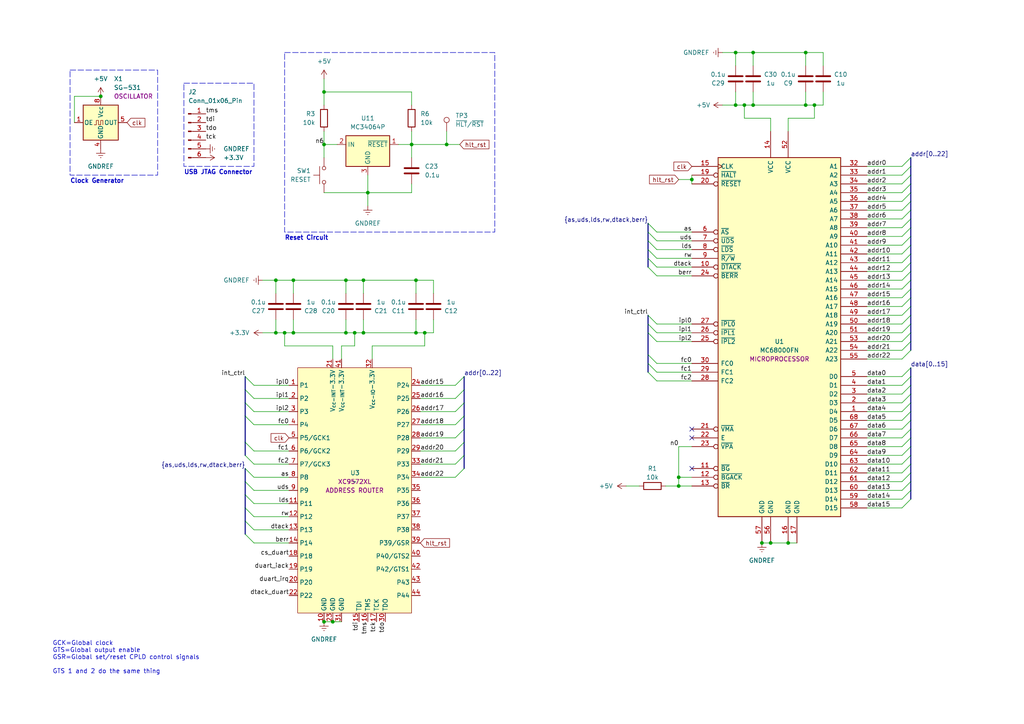
<source format=kicad_sch>
(kicad_sch (version 20230121) (generator eeschema)
  (paper "A4")
  (title_block (title "MICROPROCESSOR & ADDRESS ROUTER") (date "2024-01-14") (rev "0.2") (company "LeTourneau University") (comment 1 "Capacitors in pF"))
  (lib_symbols
    (symbol "CPLD_Xilinx:XC9572XL-PC44"
      (property "Reference" "U" (at 0 0 0))
      (symbol "XC9572XL-PC44_1_1"
        (rectangle (start -16.51 33.02) (end 16.51 -38.1) (fill (type background)))
        (pin bidirectional line (at -19.05 27.94 0) (length 2.54) (name "P1") (number "1"))
        (pin input line (at -8.89 -40.64 90) (length 2.54) (name "GND") (number "10"))
        (pin bidirectional line (at -19.05 -6.35 0) (length 2.54) (name "P11") (number "11"))
        (pin bidirectional line (at -19.05 -10.16 0) (length 2.54) (name "P12") (number "12"))
        (pin bidirectional line (at -19.05 -13.97 0) (length 2.54) (name "P13") (number "13"))
        (pin bidirectional line (at -19.05 -17.78 0) (length 2.54) (name "P14") (number "14"))
        (pin bidirectional line (at 1.27 -40.64 90) (length 2.54) (name "TDI") (number "15"))
        (pin bidirectional line (at 3.81 -40.64 90) (length 2.54) (name "TMS") (number "16"))
        (pin bidirectional line (at 6.35 -40.64 90) (length 2.54) (name "TCK") (number "17"))
        (pin bidirectional line (at -19.05 -21.59 0) (length 2.54) (name "P18") (number "18"))
        (pin bidirectional line (at -19.05 -25.4 0) (length 2.54) (name "P19") (number "19"))
        (pin bidirectional line (at -19.05 24.13 0) (length 2.54) (name "P2") (number "2"))
        (pin bidirectional line (at -19.05 -29.21 0) (length 2.54) (name "P20") (number "20"))
        (pin power_in line (at -6.35 35.56 270) (length 2.54) (name "V_{cc-INT}-3.3V") (number "21"))
        (pin bidirectional line (at -19.05 -33.02 0) (length 2.54) (name "P22") (number "22"))
        (pin input line (at -6.35 -40.64 90) (length 2.54) (name "GND") (number "23"))
        (pin bidirectional line (at 19.05 27.94 180) (length 2.54) (name "P24") (number "24"))
        (pin bidirectional line (at 19.05 24.13 180) (length 2.54) (name "P25") (number "25"))
        (pin bidirectional line (at 19.05 20.32 180) (length 2.54) (name "P26") (number "26"))
        (pin bidirectional line (at 19.05 16.51 180) (length 2.54) (name "P27") (number "27"))
        (pin bidirectional line (at 19.05 12.7 180) (length 2.54) (name "P28") (number "28"))
        (pin bidirectional line (at 19.05 8.89 180) (length 2.54) (name "P29") (number "29"))
        (pin bidirectional line (at -19.05 20.32 0) (length 2.54) (name "P3") (number "3"))
        (pin bidirectional line (at 8.89 -40.64 90) (length 2.54) (name "TDO") (number "30"))
        (pin input line (at -3.81 -40.64 90) (length 2.54) (name "GND") (number "31"))
        (pin power_in line (at 5.08 35.56 270) (length 2.54) (name "V_{cc-IO}-3.3V") (number "32"))
        (pin bidirectional line (at 19.05 5.08 180) (length 2.54) (name "P33") (number "33"))
        (pin bidirectional line (at 19.05 1.27 180) (length 2.54) (name "P34") (number "34"))
        (pin bidirectional line (at 19.05 -2.54 180) (length 2.54) (name "P35") (number "35"))
        (pin bidirectional line (at 19.05 -6.35 180) (length 2.54) (name "P36") (number "36"))
        (pin bidirectional line (at 19.05 -10.16 180) (length 2.54) (name "P37") (number "37"))
        (pin bidirectional line (at 19.05 -13.97 180) (length 2.54) (name "P38") (number "38"))
        (pin bidirectional line (at 19.05 -17.78 180) (length 2.54) (name "P39/GSR") (number "39"))
        (pin bidirectional line (at -19.05 16.51 0) (length 2.54) (name "P4") (number "4"))
        (pin bidirectional line (at 19.05 -21.59 180) (length 2.54) (name "P40/GTS2") (number "40"))
        (pin power_in line (at -3.81 35.56 270) (length 2.54) (name "V_{cc-INT}-3.3V") (number "41"))
        (pin bidirectional line (at 19.05 -25.4 180) (length 2.54) (name "P42/GTS1") (number "42"))
        (pin bidirectional line (at 19.05 -29.21 180) (length 2.54) (name "P43") (number "43"))
        (pin bidirectional line (at 19.05 -33.02 180) (length 2.54) (name "P44") (number "44"))
        (pin bidirectional line (at -19.05 12.7 0) (length 2.54) (name "P5/GCK1") (number "5"))
        (pin bidirectional line (at -19.05 8.89 0) (length 2.54) (name "P6/GCK2") (number "6"))
        (pin bidirectional line (at -19.05 5.08 0) (length 2.54) (name "P7/GCK3") (number "7"))
        (pin bidirectional line (at -19.05 1.27 0) (length 2.54) (name "P8") (number "8"))
        (pin bidirectional line (at -19.05 -2.54 0) (length 2.54) (name "P9") (number "9"))
      )
    )
    (symbol "CPU_NXP_68000:MC68000FN" (pin_names (offset 0.762))
      (property "Reference" "U" (at -16.51 59.69 0))
      (property "Value" "MC68000FN" (at 12.7 -46.99 0))
      (symbol "MC68000FN_0_1"
        (rectangle (start -17.78 58.42) (end 17.78 -45.72) (stroke (width 0.254)) (fill (type background)))
      )
      (symbol "MC68000FN_1_1"
        (pin bidirectional line (at 25.4 -15.24 180) (length 7.62) (name "D4") (number "1"))
        (pin input inverted (at -25.4 26.67 0) (length 7.62) (name "~{DTACK}") (number "10"))
        (pin output inverted (at -25.4 -31.75 0) (length 7.62) (name "~{BG}") (number "11"))
        (pin input inverted (at -25.4 -34.29 0) (length 7.62) (name "~{BGACK}") (number "12"))
        (pin input inverted (at -25.4 -36.83 0) (length 7.62) (name "~{BR}") (number "13"))
        (pin power_in line (at -2.54 66.04 270) (length 7.62) (name "VCC") (number "14"))
        (pin input clock (at -25.4 55.88 0) (length 7.62) (name "CLK") (number "15"))
        (pin power_in line (at 2.54 -53.34 90) (length 7.62) (name "GND") (number "16"))
        (pin power_in line (at 5.08 -53.34 90) (length 7.62) (name "GND") (number "17"))
        (pin no_connect line (at -17.78 -40.64 0) (length 0) hide (name "NC") (number "18"))
        (pin bidirectional inverted (at -25.4 53.34 0) (length 7.62) (name "~{HALT}") (number "19"))
        (pin bidirectional line (at 25.4 -12.7 180) (length 7.62) (name "D3") (number "2"))
        (pin bidirectional inverted (at -25.4 50.8 0) (length 7.62) (name "~{RESET}") (number "20"))
        (pin output inverted (at -25.4 -20.32 0) (length 7.62) (name "~{VMA}") (number "21"))
        (pin output line (at -25.4 -22.86 0) (length 7.62) (name "E") (number "22"))
        (pin input inverted (at -25.4 -25.4 0) (length 7.62) (name "~{VPA}") (number "23"))
        (pin input inverted (at -25.4 24.13 0) (length 7.62) (name "~{BERR}") (number "24"))
        (pin input inverted (at -25.4 5.08 0) (length 7.62) (name "~{IPL2}") (number "25"))
        (pin input inverted (at -25.4 7.62 0) (length 7.62) (name "~{IPL1}") (number "26"))
        (pin input inverted (at -25.4 10.16 0) (length 7.62) (name "~{IPL0}") (number "27"))
        (pin output line (at -25.4 -6.35 0) (length 7.62) (name "FC2") (number "28"))
        (pin output line (at -25.4 -3.81 0) (length 7.62) (name "FC1") (number "29"))
        (pin bidirectional line (at 25.4 -10.16 180) (length 7.62) (name "D2") (number "3"))
        (pin output line (at -25.4 -1.27 0) (length 7.62) (name "FC0") (number "30"))
        (pin no_connect line (at -17.78 -43.18 0) (length 0) hide (name "NC") (number "31"))
        (pin output line (at 25.4 55.88 180) (length 7.62) (name "A1") (number "32"))
        (pin output line (at 25.4 53.34 180) (length 7.62) (name "A2") (number "33"))
        (pin output line (at 25.4 50.8 180) (length 7.62) (name "A3") (number "34"))
        (pin output line (at 25.4 48.26 180) (length 7.62) (name "A4") (number "35"))
        (pin output line (at 25.4 45.72 180) (length 7.62) (name "A5") (number "36"))
        (pin output line (at 25.4 43.18 180) (length 7.62) (name "A6") (number "37"))
        (pin output line (at 25.4 40.64 180) (length 7.62) (name "A7") (number "38"))
        (pin output line (at 25.4 38.1 180) (length 7.62) (name "A8") (number "39"))
        (pin bidirectional line (at 25.4 -7.62 180) (length 7.62) (name "D1") (number "4"))
        (pin output line (at 25.4 35.56 180) (length 7.62) (name "A9") (number "40"))
        (pin output line (at 25.4 33.02 180) (length 7.62) (name "A10") (number "41"))
        (pin output line (at 25.4 30.48 180) (length 7.62) (name "A11") (number "42"))
        (pin output line (at 25.4 27.94 180) (length 7.62) (name "A12") (number "43"))
        (pin output line (at 25.4 25.4 180) (length 7.62) (name "A13") (number "44"))
        (pin output line (at 25.4 22.86 180) (length 7.62) (name "A14") (number "45"))
        (pin output line (at 25.4 20.32 180) (length 7.62) (name "A15") (number "46"))
        (pin output line (at 25.4 17.78 180) (length 7.62) (name "A16") (number "47"))
        (pin output line (at 25.4 15.24 180) (length 7.62) (name "A17") (number "48"))
        (pin output line (at 25.4 12.7 180) (length 7.62) (name "A18") (number "49"))
        (pin bidirectional line (at 25.4 -5.08 180) (length 7.62) (name "D0") (number "5"))
        (pin output line (at 25.4 10.16 180) (length 7.62) (name "A19") (number "50"))
        (pin output line (at 25.4 7.62 180) (length 7.62) (name "A20") (number "51"))
        (pin power_in line (at 2.54 66.04 270) (length 7.62) (name "VCC") (number "52"))
        (pin output line (at 25.4 5.08 180) (length 7.62) (name "A21") (number "53"))
        (pin output line (at 25.4 2.54 180) (length 7.62) (name "A22") (number "54"))
        (pin output line (at 25.4 0 180) (length 7.62) (name "A23") (number "55"))
        (pin power_in line (at -2.54 -53.34 90) (length 7.62) (name "GND") (number "56"))
        (pin power_in line (at -5.08 -53.34 90) (length 7.62) (name "GND") (number "57"))
        (pin bidirectional line (at 25.4 -43.18 180) (length 7.62) (name "D15") (number "58"))
        (pin bidirectional line (at 25.4 -40.64 180) (length 7.62) (name "D14") (number "59"))
        (pin output inverted (at -25.4 36.83 0) (length 7.62) (name "~{AS}") (number "6"))
        (pin bidirectional line (at 25.4 -38.1 180) (length 7.62) (name "D13") (number "60"))
        (pin bidirectional line (at 25.4 -35.56 180) (length 7.62) (name "D12") (number "61"))
        (pin bidirectional line (at 25.4 -33.02 180) (length 7.62) (name "D11") (number "62"))
        (pin bidirectional line (at 25.4 -30.48 180) (length 7.62) (name "D10") (number "63"))
        (pin bidirectional line (at 25.4 -27.94 180) (length 7.62) (name "D9") (number "64"))
        (pin bidirectional line (at 25.4 -25.4 180) (length 7.62) (name "D8") (number "65"))
        (pin bidirectional line (at 25.4 -22.86 180) (length 7.62) (name "D7") (number "66"))
        (pin bidirectional line (at 25.4 -20.32 180) (length 7.62) (name "D6") (number "67"))
        (pin bidirectional line (at 25.4 -17.78 180) (length 7.62) (name "D5") (number "68"))
        (pin output inverted (at -25.4 34.29 0) (length 7.62) (name "~{UDS}") (number "7"))
        (pin output inverted (at -25.4 31.75 0) (length 7.62) (name "~{LDS}") (number "8"))
        (pin output line (at -25.4 29.21 0) (length 7.62) (name "~{R/W}") (number "9"))
      )
    )
    (symbol "Connector:Conn_01x06_Pin" (pin_names (offset 1.016) hide)
      (property "Reference" "J" (at 0 7.62 0))
      (property "Value" "Conn_01x06_Pin" (at 0 -10.16 0))
      (symbol "Conn_01x06_Pin_1_1"
        (polyline (pts (xy 1.27 -7.62) (xy 0.8636 -7.62)) (stroke (width 0.1524)))
        (polyline (pts (xy 1.27 -5.08) (xy 0.8636 -5.08)) (stroke (width 0.1524)))
        (polyline (pts (xy 1.27 -2.54) (xy 0.8636 -2.54)) (stroke (width 0.1524)))
        (polyline (pts (xy 1.27 0) (xy 0.8636 0)) (stroke (width 0.1524)))
        (polyline (pts (xy 1.27 2.54) (xy 0.8636 2.54)) (stroke (width 0.1524)))
        (polyline (pts (xy 1.27 5.08) (xy 0.8636 5.08)) (stroke (width 0.1524)))
        (rectangle (start 0.8636 -7.493) (end 0 -7.747) (stroke (width 0.1524)) (fill (type outline)))
        (rectangle (start 0.8636 -4.953) (end 0 -5.207) (stroke (width 0.1524)) (fill (type outline)))
        (rectangle (start 0.8636 -2.413) (end 0 -2.667) (stroke (width 0.1524)) (fill (type outline)))
        (rectangle (start 0.8636 0.127) (end 0 -0.127) (stroke (width 0.1524)) (fill (type outline)))
        (rectangle (start 0.8636 2.667) (end 0 2.413) (stroke (width 0.1524)) (fill (type outline)))
        (rectangle (start 0.8636 5.207) (end 0 4.953) (stroke (width 0.1524)) (fill (type outline)))
        (pin passive line (at 5.08 5.08 180) (length 3.81) (name "Pin_1") (number "1"))
        (pin passive line (at 5.08 2.54 180) (length 3.81) (name "Pin_2") (number "2"))
        (pin passive line (at 5.08 0 180) (length 3.81) (name "Pin_3") (number "3"))
        (pin passive line (at 5.08 -2.54 180) (length 3.81) (name "Pin_4") (number "4"))
        (pin passive line (at 5.08 -5.08 180) (length 3.81) (name "Pin_5") (number "5"))
        (pin passive line (at 5.08 -7.62 180) (length 3.81) (name "Pin_6") (number "6"))
      )
    )
    (symbol "Connector:TestPoint" (pin_numbers hide) (pin_names (offset 0.762) hide)
      (property "Reference" "TP" (at 0 6.858 0))
      (property "Value" "TestPoint" (at 0 5.08 0))
      (symbol "TestPoint_0_1"
        (circle (center 0 3.302) (radius 0.762))
      )
      (symbol "TestPoint_1_1"
        (pin passive line (at 0 0 90) (length 2.54) (name "1") (number "1"))
      )
    )
    (symbol "Device:C" (pin_numbers hide) (pin_names (offset 0.254))
      (property "Reference" "C" (at 0.635 2.54 0))
      (property "Value" "C" (at 0.635 -2.54 0))
      (symbol "C_0_1"
        (polyline (pts (xy -2.032 -0.762) (xy 2.032 -0.762)) (stroke (width 0.508)))
        (polyline (pts (xy -2.032 0.762) (xy 2.032 0.762)) (stroke (width 0.508)))
      )
      (symbol "C_1_1"
        (pin passive line (at 0 3.81 270) (length 2.794) (name "~") (number "1"))
        (pin passive line (at 0 -3.81 90) (length 2.794) (name "~") (number "2"))
      )
    )
    (symbol "Device:R" (pin_numbers hide) (pin_names (offset 0))
      (property "Reference" "R" (at 2.032 0 90))
      (property "Value" "R" (at 0 0 90))
      (symbol "R_0_1"
        (rectangle (start -1.016 -2.54) (end 1.016 2.54) (stroke (width 0.254)))
      )
      (symbol "R_1_1"
        (pin passive line (at 0 3.81 270) (length 1.27) (name "~") (number "1"))
        (pin passive line (at 0 -3.81 90) (length 1.27) (name "~") (number "2"))
      )
    )
    (symbol "Oscillator:SG-531" (pin_names (offset 0.254))
      (property "Reference" "X" (at -5.08 6.35 0))
      (property "Value" "SG-531" (at 1.27 -6.35 0))
      (symbol "SG-531_0_1"
        (rectangle (start -5.08 5.08) (end 5.08 -5.08) (stroke (width 0.254)) (fill (type background)))
        (polyline (pts (xy -1.905 -0.635) (xy -1.27 -0.635) (xy -1.27 0.635) (xy -0.635 0.635) (xy -0.635 -0.635) (xy 0 -0.635) (xy 0 0.635) (xy 0.635 0.635) (xy 0.635 -0.635)))
      )
      (symbol "SG-531_1_1"
        (pin input line (at -7.62 0 0) (length 2.54) (name "OE") (number "1"))
        (pin power_in line (at 0 -7.62 90) (length 2.54) (name "GND") (number "4"))
        (pin output line (at 7.62 0 180) (length 2.54) (name "OUT") (number "5"))
        (pin power_in line (at 0 7.62 270) (length 2.54) (name "Vcc") (number "8"))
      )
    )
    (symbol "Power_Supervisor:MC34064P"
      (property "Reference" "U" (at -5.08 5.08 0))
      (property "Value" "MC34064P" (at 5.08 5.08 0))
      (symbol "MC34064P_0_1"
        (rectangle (start -6.35 -5.08) (end 6.35 3.81) (stroke (width 0.254)) (fill (type background)))
      )
      (symbol "MC34064P_1_1"
        (pin open_collector line (at 8.89 1.27 180) (length 2.54) (name "~{RESET}") (number "1"))
        (pin input line (at -8.89 1.27 0) (length 2.54) (name "IN") (number "2"))
        (pin input line (at 0 -7.62 90) (length 2.54) (name "GND") (number "3"))
      )
    )
    (symbol "Switch:SW_Push" (pin_numbers hide) (pin_names (offset 1.016) hide)
      (property "Reference" "SW" (at 1.27 2.54 0))
      (property "Value" "SW_Push" (at 0 -1.524 0))
      (symbol "SW_Push_0_1"
        (circle (center -2.032 0) (radius 0.508))
        (polyline (pts (xy 0 1.27) (xy 0 3.048)))
        (polyline (pts (xy 2.54 1.27) (xy -2.54 1.27)))
        (circle (center 2.032 0) (radius 0.508))
        (pin passive line (at -5.08 0 0) (length 2.54) (name "1") (number "1"))
        (pin passive line (at 5.08 0 180) (length 2.54) (name "2") (number "2"))
      )
    )
    (symbol "power:+3.3V" (power) (pin_names (offset 0))
      (property "Value" "+3.3V" (at 0 3.556 0))
      (symbol "+3.3V_0_1"
        (polyline (pts (xy -0.762 1.27) (xy 0 2.54)))
        (polyline (pts (xy 0 0) (xy 0 2.54)))
        (polyline (pts (xy 0 2.54) (xy 0.762 1.27)))
      )
      (symbol "+3.3V_1_1"
        (pin power_in line (at 0 0 90) (length 0) hide (name "+3.3V") (number "1"))
      )
    )
    (symbol "power:+5V" (power) (pin_names (offset 0))
      (property "Value" "+5V" (at 0 3.556 0))
      (symbol "+5V_0_1"
        (polyline (pts (xy -0.762 1.27) (xy 0 2.54)))
        (polyline (pts (xy 0 0) (xy 0 2.54)))
        (polyline (pts (xy 0 2.54) (xy 0.762 1.27)))
      )
      (symbol "+5V_1_1"
        (pin power_in line (at 0 0 90) (length 0) hide (name "+5V") (number "1"))
      )
    )
    (symbol "power:GNDREF" (power) (pin_names (offset 0))
      (property "Value" "GNDREF" (at 0 -3.81 0))
      (symbol "GNDREF_0_1"
        (polyline (pts (xy -0.635 -1.905) (xy 0.635 -1.905)))
        (polyline (pts (xy -0.127 -2.54) (xy 0.127 -2.54)))
        (polyline (pts (xy 0 -1.27) (xy 0 0)))
        (polyline (pts (xy 1.27 -1.27) (xy -1.27 -1.27)))
      )
      (symbol "GNDREF_1_1"
        (pin power_in line (at 0 0 270) (length 0) hide (name "GNDREF") (number "1"))
      )
    )
  )
  (junction (at 119.38 41.91))
  (junction (at 120.65 81.28))
  (junction (at 213.36 15.24))
  (junction (at 85.09 81.28))
  (junction (at 120.65 96.52))
  (junction (at 85.09 96.52))
  (junction (at 93.98 41.91))
  (junction (at 80.01 96.52))
  (junction (at 233.68 15.24))
  (junction (at 93.98 180.34))
  (junction (at 105.41 96.52))
  (junction (at 102.87 96.52))
  (junction (at 105.41 81.28))
  (junction (at 213.36 30.48))
  (junction (at 218.44 30.48))
  (junction (at 220.98 157.48))
  (junction (at 93.98 26.67))
  (junction (at 218.44 15.24))
  (junction (at 100.33 81.28))
  (junction (at 196.85 138.43))
  (junction (at 106.68 55.88))
  (junction (at 223.52 157.48))
  (junction (at 233.68 30.48))
  (junction (at 123.19 96.52))
  (junction (at 236.22 30.48))
  (junction (at 82.55 96.52))
  (junction (at 200.66 52.07))
  (junction (at 196.85 140.97))
  (junction (at 100.33 96.52))
  (junction (at 215.9 30.48))
  (junction (at 80.01 81.28))
  (junction (at 96.52 180.34))
  (junction (at 129.54 41.91))
  (junction (at 29.21 27.94))
  (junction (at 228.6 157.48))
  (no_connect (at 200.66 127))
  (no_connect (at 200.66 124.46))
  (no_connect (at 200.66 135.89))
  (bus_entry (at 264.16 55.88) (size -2.54 2.54))
  (bus_entry (at 187.96 93.98) (size 2.54 2.54))
  (bus_entry (at 134.62 135.89) (size -2.54 2.54))
  (bus_entry (at 264.16 101.6) (size -2.54 2.54))
  (bus_entry (at 264.16 129.54) (size -2.54 2.54))
  (bus_entry (at 264.16 127) (size -2.54 2.54))
  (bus_entry (at 71.12 116.84) (size 2.54 2.54))
  (bus_entry (at 264.16 132.08) (size -2.54 2.54))
  (bus_entry (at 134.62 113.03) (size -2.54 2.54))
  (bus_entry (at 264.16 60.96) (size -2.54 2.54))
  (bus_entry (at 187.96 64.77) (size 2.54 2.54))
  (bus_entry (at 264.16 142.24) (size -2.54 2.54))
  (bus_entry (at 71.12 113.03) (size 2.54 2.54))
  (bus_entry (at 264.16 73.66) (size -2.54 2.54))
  (bus_entry (at 264.16 121.92) (size -2.54 2.54))
  (bus_entry (at 264.16 139.7) (size -2.54 2.54))
  (bus_entry (at 264.16 86.36) (size -2.54 2.54))
  (bus_entry (at 264.16 50.8) (size -2.54 2.54))
  (bus_entry (at 264.16 81.28) (size -2.54 2.54))
  (bus_entry (at 264.16 93.98) (size -2.54 2.54))
  (bus_entry (at 264.16 114.3) (size -2.54 2.54))
  (bus_entry (at 264.16 137.16) (size -2.54 2.54))
  (bus_entry (at 264.16 71.12) (size -2.54 2.54))
  (bus_entry (at 71.12 147.32) (size 2.54 2.54))
  (bus_entry (at 134.62 132.08) (size -2.54 2.54))
  (bus_entry (at 264.16 134.62) (size -2.54 2.54))
  (bus_entry (at 134.62 120.65) (size -2.54 2.54))
  (bus_entry (at 264.16 88.9) (size -2.54 2.54))
  (bus_entry (at 264.16 91.44) (size -2.54 2.54))
  (bus_entry (at 264.16 116.84) (size -2.54 2.54))
  (bus_entry (at 71.12 139.7) (size 2.54 2.54))
  (bus_entry (at 134.62 109.22) (size -2.54 2.54))
  (bus_entry (at 187.96 102.87) (size 2.54 2.54))
  (bus_entry (at 71.12 128.27) (size 2.54 2.54))
  (bus_entry (at 264.16 45.72) (size -2.54 2.54))
  (bus_entry (at 187.96 74.93) (size 2.54 2.54))
  (bus_entry (at 134.62 128.27) (size -2.54 2.54))
  (bus_entry (at 71.12 151.13) (size 2.54 2.54))
  (bus_entry (at 187.96 67.31) (size 2.54 2.54))
  (bus_entry (at 187.96 72.39) (size 2.54 2.54))
  (bus_entry (at 264.16 119.38) (size -2.54 2.54))
  (bus_entry (at 264.16 76.2) (size -2.54 2.54))
  (bus_entry (at 134.62 116.84) (size -2.54 2.54))
  (bus_entry (at 264.16 96.52) (size -2.54 2.54))
  (bus_entry (at 71.12 143.51) (size 2.54 2.54))
  (bus_entry (at 264.16 144.78) (size -2.54 2.54))
  (bus_entry (at 187.96 77.47) (size 2.54 2.54))
  (bus_entry (at 264.16 109.22) (size -2.54 2.54))
  (bus_entry (at 71.12 135.89) (size 2.54 2.54))
  (bus_entry (at 264.16 63.5) (size -2.54 2.54))
  (bus_entry (at 264.16 58.42) (size -2.54 2.54))
  (bus_entry (at 187.96 91.44) (size 2.54 2.54))
  (bus_entry (at 187.96 96.52) (size 2.54 2.54))
  (bus_entry (at 264.16 78.74) (size -2.54 2.54))
  (bus_entry (at 264.16 124.46) (size -2.54 2.54))
  (bus_entry (at 71.12 154.94) (size 2.54 2.54))
  (bus_entry (at 264.16 48.26) (size -2.54 2.54))
  (bus_entry (at 264.16 53.34) (size -2.54 2.54))
  (bus_entry (at 264.16 106.68) (size -2.54 2.54))
  (bus_entry (at 71.12 120.65) (size 2.54 2.54))
  (bus_entry (at 187.96 107.95) (size 2.54 2.54))
  (bus_entry (at 264.16 111.76) (size -2.54 2.54))
  (bus_entry (at 187.96 69.85) (size 2.54 2.54))
  (bus_entry (at 134.62 124.46) (size -2.54 2.54))
  (bus_entry (at 264.16 83.82) (size -2.54 2.54))
  (bus_entry (at 264.16 99.06) (size -2.54 2.54))
  (bus_entry (at 264.16 68.58) (size -2.54 2.54))
  (bus_entry (at 71.12 109.22) (size 2.54 2.54))
  (bus_entry (at 187.96 105.41) (size 2.54 2.54))
  (bus_entry (at 264.16 66.04) (size -2.54 2.54))
  (bus_entry (at 71.12 132.08) (size 2.54 2.54))
  (wire (pts (xy 251.46 81.28) (xy 261.62 81.28)))
  (wire (pts (xy 123.19 96.52) (xy 125.73 96.52)))
  (wire (pts (xy 120.65 81.28) (xy 125.73 81.28)))
  (wire (pts (xy 73.66 138.43) (xy 83.82 138.43)))
  (wire (pts (xy 251.46 63.5) (xy 261.62 63.5)))
  (bus (pts (xy 134.62 132.08) (xy 134.62 135.89)))
  (wire (pts (xy 73.66 130.81) (xy 83.82 130.81)))
  (wire (pts (xy 223.52 34.29) (xy 223.52 38.1)))
  (bus (pts (xy 134.62 124.46) (xy 134.62 128.27)))
  (bus (pts (xy 264.16 121.92) (xy 264.16 124.46)))
  (wire (pts (xy 85.09 85.09) (xy 85.09 81.28)))
  (wire (pts (xy 106.68 59.69) (xy 106.68 55.88)))
  (bus (pts (xy 264.16 66.04) (xy 264.16 68.58)))
  (wire (pts (xy 96.52 104.14) (xy 96.52 100.33)))
  (wire (pts (xy 251.46 88.9) (xy 261.62 88.9)))
  (wire (pts (xy 215.9 30.48) (xy 218.44 30.48)))
  (wire (pts (xy 106.68 55.88) (xy 106.68 50.8)))
  (wire (pts (xy 93.98 26.67) (xy 93.98 30.48)))
  (wire (pts (xy 85.09 96.52) (xy 100.33 96.52)))
  (wire (pts (xy 93.98 41.91) (xy 93.98 45.72)))
  (wire (pts (xy 251.46 114.3) (xy 261.62 114.3)))
  (wire (pts (xy 251.46 93.98) (xy 261.62 93.98)))
  (wire (pts (xy 233.68 30.48) (xy 236.22 30.48)))
  (wire (pts (xy 99.06 100.33) (xy 102.87 100.33)))
  (wire (pts (xy 73.66 157.48) (xy 83.82 157.48)))
  (wire (pts (xy 190.5 72.39) (xy 200.66 72.39)))
  (wire (pts (xy 121.92 134.62) (xy 132.08 134.62)))
  (bus (pts (xy 264.16 71.12) (xy 264.16 73.66)))
  (wire (pts (xy 251.46 111.76) (xy 261.62 111.76)))
  (wire (pts (xy 132.08 119.38) (xy 121.92 119.38)))
  (bus (pts (xy 264.16 76.2) (xy 264.16 78.74)))
  (wire (pts (xy 251.46 53.34) (xy 261.62 53.34)))
  (wire (pts (xy 83.82 111.76) (xy 73.66 111.76)))
  (wire (pts (xy 251.46 71.12) (xy 261.62 71.12)))
  (bus (pts (xy 264.16 137.16) (xy 264.16 139.7)))
  (wire (pts (xy 213.36 30.48) (xy 215.9 30.48)))
  (wire (pts (xy 251.46 134.62) (xy 261.62 134.62)))
  (wire (pts (xy 119.38 41.91) (xy 129.54 41.91)))
  (bus (pts (xy 264.16 68.58) (xy 264.16 71.12)))
  (bus (pts (xy 264.16 55.88) (xy 264.16 58.42)))
  (bus (pts (xy 264.16 63.5) (xy 264.16 66.04)))
  (bus (pts (xy 187.96 72.39) (xy 187.96 74.93)))
  (bus (pts (xy 71.12 128.27) (xy 71.12 132.08)))
  (bus (pts (xy 187.96 69.85) (xy 187.96 72.39)))
  (wire (pts (xy 100.33 81.28) (xy 105.41 81.28)))
  (wire (pts (xy 120.65 96.52) (xy 120.65 92.71)))
  (bus (pts (xy 187.96 102.87) (xy 187.96 105.41)))
  (wire (pts (xy 190.5 77.47) (xy 200.66 77.47)))
  (bus (pts (xy 134.62 128.27) (xy 134.62 132.08)))
  (bus (pts (xy 264.16 114.3) (xy 264.16 116.84)))
  (wire (pts (xy 73.66 146.05) (xy 83.82 146.05)))
  (wire (pts (xy 200.66 50.8) (xy 200.66 52.07)))
  (wire (pts (xy 190.5 69.85) (xy 200.66 69.85)))
  (wire (pts (xy 100.33 96.52) (xy 102.87 96.52)))
  (wire (pts (xy 100.33 81.28) (xy 100.33 85.09)))
  (wire (pts (xy 190.5 107.95) (xy 200.66 107.95)))
  (bus (pts (xy 264.16 111.76) (xy 264.16 114.3)))
  (wire (pts (xy 251.46 101.6) (xy 261.62 101.6)))
  (wire (pts (xy 190.5 96.52) (xy 200.66 96.52)))
  (wire (pts (xy 82.55 96.52) (xy 85.09 96.52)))
  (wire (pts (xy 215.9 34.29) (xy 223.52 34.29)))
  (wire (pts (xy 251.46 60.96) (xy 261.62 60.96)))
  (bus (pts (xy 264.16 116.84) (xy 264.16 119.38)))
  (wire (pts (xy 73.66 115.57) (xy 83.82 115.57)))
  (wire (pts (xy 105.41 96.52) (xy 120.65 96.52)))
  (wire (pts (xy 251.46 86.36) (xy 261.62 86.36)))
  (wire (pts (xy 233.68 15.24) (xy 238.76 15.24)))
  (bus (pts (xy 264.16 99.06) (xy 264.16 101.6)))
  (bus (pts (xy 264.16 109.22) (xy 264.16 111.76)))
  (wire (pts (xy 76.2 96.52) (xy 80.01 96.52)))
  (wire (pts (xy 213.36 30.48) (xy 213.36 26.67)))
  (bus (pts (xy 264.16 50.8) (xy 264.16 53.34)))
  (wire (pts (xy 85.09 92.71) (xy 85.09 96.52)))
  (wire (pts (xy 251.46 132.08) (xy 261.62 132.08)))
  (wire (pts (xy 251.46 91.44) (xy 261.62 91.44)))
  (wire (pts (xy 80.01 81.28) (xy 80.01 85.09)))
  (wire (pts (xy 99.06 104.14) (xy 99.06 100.33)))
  (wire (pts (xy 125.73 92.71) (xy 125.73 96.52)))
  (wire (pts (xy 228.6 157.48) (xy 231.14 157.48)))
  (wire (pts (xy 251.46 73.66) (xy 261.62 73.66)))
  (bus (pts (xy 264.16 73.66) (xy 264.16 76.2)))
  (wire (pts (xy 93.98 41.91) (xy 97.79 41.91)))
  (wire (pts (xy 190.5 74.93) (xy 200.66 74.93)))
  (wire (pts (xy 73.66 134.62) (xy 83.82 134.62)))
  (bus (pts (xy 264.16 139.7) (xy 264.16 142.24)))
  (wire (pts (xy 102.87 96.52) (xy 102.87 100.33)))
  (wire (pts (xy 129.54 41.91) (xy 133.35 41.91)))
  (wire (pts (xy 220.98 157.48) (xy 223.52 157.48)))
  (wire (pts (xy 251.46 119.38) (xy 261.62 119.38)))
  (bus (pts (xy 71.12 120.65) (xy 71.12 128.27)))
  (wire (pts (xy 132.08 127) (xy 121.92 127)))
  (wire (pts (xy 233.68 15.24) (xy 233.68 19.05)))
  (bus (pts (xy 264.16 106.68) (xy 264.16 109.22)))
  (bus (pts (xy 264.16 58.42) (xy 264.16 60.96)))
  (wire (pts (xy 190.5 110.49) (xy 200.66 110.49)))
  (wire (pts (xy 251.46 58.42) (xy 261.62 58.42)))
  (wire (pts (xy 82.55 100.33) (xy 82.55 96.52)))
  (wire (pts (xy 119.38 45.72) (xy 119.38 41.91)))
  (wire (pts (xy 251.46 76.2) (xy 261.62 76.2)))
  (bus (pts (xy 264.16 119.38) (xy 264.16 121.92)))
  (bus (pts (xy 71.12 147.32) (xy 71.12 151.13)))
  (wire (pts (xy 80.01 96.52) (xy 82.55 96.52)))
  (bus (pts (xy 264.16 88.9) (xy 264.16 91.44)))
  (wire (pts (xy 119.38 53.34) (xy 119.38 55.88)))
  (wire (pts (xy 251.46 129.54) (xy 261.62 129.54)))
  (bus (pts (xy 71.12 113.03) (xy 71.12 116.84)))
  (bus (pts (xy 71.12 135.89) (xy 71.12 139.7)))
  (wire (pts (xy 73.66 119.38) (xy 83.82 119.38)))
  (wire (pts (xy 96.52 180.34) (xy 99.06 180.34)))
  (wire (pts (xy 218.44 19.05) (xy 218.44 15.24)))
  (wire (pts (xy 80.01 96.52) (xy 80.01 92.71)))
  (wire (pts (xy 129.54 38.1) (xy 129.54 41.91)))
  (wire (pts (xy 190.5 80.01) (xy 200.66 80.01)))
  (bus (pts (xy 134.62 109.22) (xy 134.62 113.03)))
  (wire (pts (xy 132.08 123.19) (xy 121.92 123.19)))
  (wire (pts (xy 107.95 100.33) (xy 123.19 100.33)))
  (wire (pts (xy 93.98 55.88) (xy 106.68 55.88)))
  (bus (pts (xy 134.62 116.84) (xy 134.62 120.65)))
  (wire (pts (xy 238.76 26.67) (xy 238.76 30.48)))
  (bus (pts (xy 264.16 127) (xy 264.16 129.54)))
  (wire (pts (xy 251.46 109.22) (xy 261.62 109.22)))
  (wire (pts (xy 251.46 99.06) (xy 261.62 99.06)))
  (wire (pts (xy 233.68 26.67) (xy 233.68 30.48)))
  (bus (pts (xy 264.16 93.98) (xy 264.16 96.52)))
  (wire (pts (xy 105.41 92.71) (xy 105.41 96.52)))
  (wire (pts (xy 115.57 41.91) (xy 119.38 41.91)))
  (wire (pts (xy 193.04 140.97) (xy 196.85 140.97)))
  (wire (pts (xy 209.55 30.48) (xy 213.36 30.48)))
  (wire (pts (xy 196.85 138.43) (xy 200.66 138.43)))
  (bus (pts (xy 71.12 151.13) (xy 71.12 154.94)))
  (bus (pts (xy 264.16 45.72) (xy 264.16 48.26)))
  (wire (pts (xy 76.2 81.28) (xy 80.01 81.28)))
  (wire (pts (xy 120.65 81.28) (xy 120.65 85.09)))
  (wire (pts (xy 121.92 111.76) (xy 132.08 111.76)))
  (wire (pts (xy 125.73 85.09) (xy 125.73 81.28)))
  (bus (pts (xy 187.96 93.98) (xy 187.96 96.52)))
  (wire (pts (xy 251.46 142.24) (xy 261.62 142.24)))
  (wire (pts (xy 223.52 157.48) (xy 228.6 157.48)))
  (wire (pts (xy 93.98 22.86) (xy 93.98 26.67)))
  (bus (pts (xy 71.12 109.22) (xy 71.12 113.03)))
  (wire (pts (xy 218.44 26.67) (xy 218.44 30.48)))
  (wire (pts (xy 121.92 138.43) (xy 132.08 138.43)))
  (wire (pts (xy 119.38 41.91) (xy 119.38 38.1)))
  (wire (pts (xy 251.46 68.58) (xy 261.62 68.58)))
  (wire (pts (xy 213.36 15.24) (xy 218.44 15.24)))
  (bus (pts (xy 71.12 116.84) (xy 71.12 120.65)))
  (bus (pts (xy 187.96 64.77) (xy 187.96 67.31)))
  (wire (pts (xy 119.38 30.48) (xy 119.38 26.67)))
  (wire (pts (xy 80.01 81.28) (xy 85.09 81.28)))
  (wire (pts (xy 196.85 140.97) (xy 196.85 138.43)))
  (wire (pts (xy 120.65 96.52) (xy 123.19 96.52)))
  (wire (pts (xy 181.61 140.97) (xy 185.42 140.97)))
  (bus (pts (xy 264.16 78.74) (xy 264.16 81.28)))
  (wire (pts (xy 190.5 67.31) (xy 200.66 67.31)))
  (wire (pts (xy 215.9 30.48) (xy 215.9 34.29)))
  (wire (pts (xy 251.46 104.14) (xy 261.62 104.14)))
  (wire (pts (xy 251.46 116.84) (xy 261.62 116.84)))
  (wire (pts (xy 251.46 124.46) (xy 261.62 124.46)))
  (wire (pts (xy 213.36 15.24) (xy 213.36 19.05)))
  (bus (pts (xy 264.16 91.44) (xy 264.16 93.98)))
  (bus (pts (xy 264.16 132.08) (xy 264.16 134.62)))
  (wire (pts (xy 73.66 123.19) (xy 83.82 123.19)))
  (wire (pts (xy 105.41 85.09) (xy 105.41 81.28)))
  (wire (pts (xy 93.98 38.1) (xy 93.98 41.91)))
  (wire (pts (xy 21.59 35.56) (xy 21.59 27.94)))
  (wire (pts (xy 21.59 27.94) (xy 29.21 27.94)))
  (bus (pts (xy 264.16 81.28) (xy 264.16 83.82)))
  (bus (pts (xy 264.16 129.54) (xy 264.16 132.08)))
  (bus (pts (xy 264.16 86.36) (xy 264.16 88.9)))
  (wire (pts (xy 107.95 100.33) (xy 107.95 104.14)))
  (wire (pts (xy 196.85 52.07) (xy 200.66 52.07)))
  (wire (pts (xy 236.22 30.48) (xy 238.76 30.48)))
  (wire (pts (xy 209.55 15.24) (xy 213.36 15.24)))
  (wire (pts (xy 100.33 96.52) (xy 100.33 92.71)))
  (wire (pts (xy 190.5 99.06) (xy 200.66 99.06)))
  (wire (pts (xy 251.46 139.7) (xy 261.62 139.7)))
  (bus (pts (xy 264.16 48.26) (xy 264.16 50.8)))
  (wire (pts (xy 200.66 140.97) (xy 196.85 140.97)))
  (wire (pts (xy 93.98 180.34) (xy 96.52 180.34)))
  (wire (pts (xy 96.52 100.33) (xy 82.55 100.33)))
  (wire (pts (xy 251.46 66.04) (xy 261.62 66.04)))
  (wire (pts (xy 190.5 93.98) (xy 200.66 93.98)))
  (bus (pts (xy 264.16 124.46) (xy 264.16 127)))
  (wire (pts (xy 102.87 96.52) (xy 105.41 96.52)))
  (wire (pts (xy 251.46 48.26) (xy 261.62 48.26)))
  (wire (pts (xy 251.46 144.78) (xy 261.62 144.78)))
  (wire (pts (xy 251.46 83.82) (xy 261.62 83.82)))
  (wire (pts (xy 228.6 38.1) (xy 228.6 34.29)))
  (bus (pts (xy 134.62 113.03) (xy 134.62 116.84)))
  (wire (pts (xy 251.46 96.52) (xy 261.62 96.52)))
  (wire (pts (xy 190.5 105.41) (xy 200.66 105.41)))
  (wire (pts (xy 119.38 55.88) (xy 106.68 55.88)))
  (bus (pts (xy 187.96 74.93) (xy 187.96 77.47)))
  (wire (pts (xy 119.38 26.67) (xy 93.98 26.67)))
  (wire (pts (xy 73.66 149.86) (xy 83.82 149.86)))
  (bus (pts (xy 264.16 83.82) (xy 264.16 86.36)))
  (bus (pts (xy 187.96 67.31) (xy 187.96 69.85)))
  (wire (pts (xy 200.66 129.54) (xy 196.85 129.54)))
  (bus (pts (xy 264.16 142.24) (xy 264.16 144.78)))
  (wire (pts (xy 251.46 121.92) (xy 261.62 121.92)))
  (wire (pts (xy 132.08 130.81) (xy 121.92 130.81)))
  (bus (pts (xy 187.96 105.41) (xy 187.96 107.95)))
  (bus (pts (xy 264.16 134.62) (xy 264.16 137.16)))
  (bus (pts (xy 187.96 91.44) (xy 187.96 93.98)))
  (wire (pts (xy 251.46 147.32) (xy 261.62 147.32)))
  (wire (pts (xy 251.46 78.74) (xy 261.62 78.74)))
  (wire (pts (xy 132.08 115.57) (xy 121.92 115.57)))
  (wire (pts (xy 228.6 34.29) (xy 236.22 34.29)))
  (bus (pts (xy 264.16 96.52) (xy 264.16 99.06)))
  (wire (pts (xy 251.46 55.88) (xy 261.62 55.88)))
  (bus (pts (xy 134.62 120.65) (xy 134.62 124.46)))
  (wire (pts (xy 251.46 127) (xy 261.62 127)))
  (wire (pts (xy 196.85 129.54) (xy 196.85 138.43)))
  (bus (pts (xy 71.12 139.7) (xy 71.12 143.51)))
  (bus (pts (xy 71.12 143.51) (xy 71.12 147.32)))
  (wire (pts (xy 200.66 52.07) (xy 200.66 53.34)))
  (wire (pts (xy 236.22 34.29) (xy 236.22 30.48)))
  (bus (pts (xy 187.96 96.52) (xy 187.96 102.87)))
  (wire (pts (xy 73.66 142.24) (xy 83.82 142.24)))
  (wire (pts (xy 218.44 30.48) (xy 233.68 30.48)))
  (wire (pts (xy 73.66 153.67) (xy 83.82 153.67)))
  (wire (pts (xy 105.41 81.28) (xy 120.65 81.28)))
  (wire (pts (xy 251.46 137.16) (xy 261.62 137.16)))
  (wire (pts (xy 123.19 100.33) (xy 123.19 96.52)))
  (bus (pts (xy 264.16 53.34) (xy 264.16 55.88)))
  (wire (pts (xy 251.46 50.8) (xy 261.62 50.8)))
  (wire (pts (xy 218.44 15.24) (xy 233.68 15.24)))
  (wire (pts (xy 85.09 81.28) (xy 100.33 81.28)))
  (wire (pts (xy 238.76 19.05) (xy 238.76 15.24)))
  (bus (pts (xy 264.16 60.96) (xy 264.16 63.5)))
  (rectangle (start 82.55 15.24) (end 143.51 67.31) (stroke (width 0) (type dash)))
  (rectangle (start 53.34 24.13) (end 73.66 48.26) (stroke (width 0) (type dash)))
  (rectangle (start 20.32 20.32) (end 45.72 50.8) (stroke (width 0) (type dash)))
  (text "Reset Circuit" (at 82.55 69.85 0) (effects (font (size 1.27 1.27) (thickness 0.254) bold) (justify left bottom)))
  (text "USB JTAG Connector" (at 53.34 50.8 0) (effects (font (size 1.27 1.27) (thickness 0.254) bold) (justify left bottom)))
  (text "GCK=Global clock\nGTS=Global output enable\nGSR=Global set/reset CPLD control signals\n\nGTS 1 and 2 do the same thing" (at 15.24 195.58 0) (effects (font (size 1.27 1.27)) (justify left bottom)))
  (text "Clock Generator" (at 20.32 53.34 0) (effects (font (size 1.27 1.27) (thickness 0.254) bold) (justify left bottom)))
  (label "fc2" (at 83.82 134.62 180))
  (label "addr15" (at 121.92 111.76 0))
  (label "uds" (at 200.66 69.85 180))
  (label "addr0" (at 251.46 48.26 0))
  (label "addr13" (at 251.46 81.28 0))
  (label "dtack_duart" (at 83.82 172.72 180) (property "Netclass" "signal" (effects hide)))
  (label "addr17" (at 121.92 119.38 0))
  (label "addr5" (at 251.46 60.96 0))
  (label "addr12" (at 251.46 78.74 0))
  (label "addr19" (at 251.46 96.52 0))
  (label "fc1" (at 83.82 130.81 180))
  (label "dtack" (at 200.66 77.47 180))
  (label "addr22" (at 251.46 104.14 0))
  (label "int_ctrl" (at 71.12 109.22 180))
  (label "tdi" (at 104.14 180.34 270) (property "Netclass" "signal" (effects hide)))
  (label "tdo" (at 111.76 180.34 270) (property "Netclass" "signal" (effects hide)))
  (label "fc2" (at 200.66 110.49 180))
  (label "ipl2" (at 83.82 119.38 180))
  (label "{as,uds,lds,rw,dtack,berr}" (at 187.96 64.77 180) (property "Netclass" "bus" (effects hide)))
  (label "addr20" (at 251.46 99.06 0))
  (label "addr15" (at 251.46 86.36 0))
  (label "addr[0..22]" (at 134.62 109.22 0) (property "Netclass" "bus" (effects hide)))
  (label "int_ctrl" (at 187.96 91.44 180))
  (label "{as,uds,lds,rw,dtack,berr}" (at 71.12 135.89 180) (property "Netclass" "bus" (effects hide)))
  (label "addr2" (at 251.46 53.34 0))
  (label "rw" (at 200.66 74.93 180))
  (label "tdo" (at 59.69 38.1 0))
  (label "tck" (at 109.22 180.34 270) (property "Netclass" "signal" (effects hide)))
  (label "data2" (at 251.46 114.3 0))
  (label "addr18" (at 251.46 93.98 0))
  (label "tms" (at 59.69 33.02 0))
  (label "addr11" (at 251.46 76.2 0))
  (label "rw" (at 83.82 149.86 180))
  (label "duart_iack" (at 83.82 165.1 180) (property "Netclass" "signal" (effects hide)))
  (label "addr17" (at 251.46 91.44 0))
  (label "data14" (at 251.46 144.78 0))
  (label "lds" (at 83.82 146.05 180))
  (label "ipl0" (at 200.66 93.98 180))
  (label "addr16" (at 251.46 88.9 0))
  (label "data0" (at 251.46 109.22 0))
  (label "data7" (at 251.46 127 0))
  (label "fc0" (at 83.82 123.19 180))
  (label "berr" (at 83.82 157.48 180))
  (label "addr19" (at 121.92 127 0))
  (label "ipl1" (at 200.66 96.52 180))
  (label "cs_duart" (at 83.82 161.29 180))
  (label "addr1" (at 251.46 50.8 0))
  (label "as" (at 83.82 138.43 180))
  (label "addr21" (at 251.46 101.6 0))
  (label "lds" (at 200.66 72.39 180))
  (label "addr6" (at 251.46 63.5 0))
  (label "addr[0..22]" (at 264.16 45.72 0) (property "Netclass" "bus" (effects hide)))
  (label "addr14" (at 251.46 83.82 0))
  (label "data1" (at 251.46 111.76 0))
  (label "fc0" (at 200.66 105.41 180))
  (label "tdi" (at 59.69 35.56 0))
  (label "ipl1" (at 83.82 115.57 180))
  (label "data9" (at 251.46 132.08 0))
  (label "addr22" (at 121.92 138.43 0))
  (label "data15" (at 251.46 147.32 0))
  (label "berr" (at 200.66 80.01 180))
  (label "duart_irq" (at 83.82 168.91 180) (property "Netclass" "signal" (effects hide)))
  (label "addr7" (at 251.46 66.04 0))
  (label "data4" (at 251.46 119.38 0))
  (label "data13" (at 251.46 142.24 0))
  (label "data8" (at 251.46 129.54 0))
  (label "addr8" (at 251.46 68.58 0))
  (label "ipl2" (at 200.66 99.06 180))
  (label "addr9" (at 251.46 71.12 0))
  (label "data12" (at 251.46 139.7 0))
  (label "ipl0" (at 83.82 111.76 180))
  (label "n6" (at 93.98 41.91 180) (property "Netclass" "signal" (effects hide)))
  (label "addr16" (at 121.92 115.57 0))
  (label "as" (at 200.66 67.31 180))
  (label "data3" (at 251.46 116.84 0))
  (label "data[0..15]" (at 264.16 106.68 0) (property "Netclass" "bus" (effects hide)))
  (label "dtack" (at 83.82 153.67 180))
  (label "n0" (at 196.85 129.54 180))
  (label "uds" (at 83.82 142.24 180))
  (label "tms" (at 106.68 180.34 270) (property "Netclass" "signal" (effects hide)))
  (label "data6" (at 251.46 124.46 0))
  (label "addr18" (at 121.92 123.19 0))
  (label "addr3" (at 251.46 55.88 0))
  (label "data10" (at 251.46 134.62 0))
  (label "tck" (at 59.69 40.64 0))
  (label "data5" (at 251.46 121.92 0))
  (label "addr10" (at 251.46 73.66 0))
  (label "addr21" (at 121.92 134.62 0))
  (label "data11" (at 251.46 137.16 0))
  (label "fc1" (at 200.66 107.95 180))
  (label "addr4" (at 251.46 58.42 0))
  (label "addr20" (at 121.92 130.81 0))
  (global_label "clk" (shape input) (at 36.83 35.56 0) (property "Intersheetrefs" "${INTERSHEET_REFS}" (effects hide)) (property "Netclass" "signal" (effects hide)))
  (global_label "hlt_rst" (shape input) (at 196.85 52.07 180) (property "Intersheetrefs" "${INTERSHEET_REFS}" (effects hide)) (property "Netclass" "signal" (effects hide)))
  (global_label "hlt_rst" (shape input) (at 133.35 41.91 0) (property "Intersheetrefs" "${INTERSHEET_REFS}" (effects hide)) (property "Netclass" "signal" (effects hide)))
  (global_label "clk" (shape input) (at 200.66 48.26 180) (property "Intersheetrefs" "${INTERSHEET_REFS}" (effects hide)) (property "Netclass" "signal" (effects hide)))
  (global_label "clk" (shape input) (at 83.82 127 180) (property "Intersheetrefs" "${INTERSHEET_REFS}" (effects hide)) (property "Netclass" "signal" (effects hide)))
  (global_label "hlt_rst" (shape input) (at 121.92 157.48 0) (property "Intersheetrefs" "${INTERSHEET_REFS}" (effects hide)) (property "Netclass" "signal" (effects hide)))
  (symbol (lib_id "CPLD_Xilinx:XC9572XL-PC44") (at 102.87 139.7 0) (unit 1)
    (property "Reference" "U3" (at 101.6 137.16 0) (effects (justify left)))
    (property "Value" "~" (at 102.87 139.7 0))
    (property "Role" "XC9572XL" (at 102.87 139.7 0))
    (property "Role2" "ADDRESS ROUTER" (at 102.87 142.24 0))
  )
  (symbol (lib_id "Device:R") (at 119.38 34.29 0) (unit 1)
    (property "Reference" "R6" (at 121.92 33.02 0) (effects (justify left)))
    (property "Value" "10k" (at 121.92 35.56 0) (effects (justify left)))
  )
  (symbol (lib_id "Device:C") (at 80.01 88.9 180) (unit 1)
    (property "Reference" "C27" (at 74.93 90.17 0))
    (property "Value" "0.1u" (at 74.93 87.63 0))
  )
  (symbol (lib_id "power:GNDREF") (at 209.55 15.24 270) (mirror x) (unit 1)
    (property "Reference" "#PWR019" (effects hide))
    (property "Value" "GNDREF" (at 205.74 15.24 90) (effects (justify right)))
  )
  (symbol (lib_id "power:GNDREF") (at 220.98 157.48 0) (unit 1)
    (property "Reference" "#PWR03" (effects hide))
    (property "Value" "GNDREF" (at 220.98 162.56 0))
  )
  (symbol (lib_id "power:GNDREF") (at 106.68 59.69 0) (unit 1)
    (property "Reference" "#PWR033" (effects hide))
    (property "Value" "GNDREF" (at 106.68 64.77 0))
  )
  (symbol (lib_id "power:+3.3V") (at 59.69 45.72 270) (unit 1)
    (property "Reference" "#PWR014" (effects hide))
    (property "Value" "+3.3V" (at 64.77 45.72 90) (effects (justify left)))
  )
  (symbol (lib_id "Oscillator:SG-531") (at 29.21 35.56 0) (unit 1)
    (property "Reference" "X1" (at 33.02 22.86 0) (effects (justify left)))
    (property "Value" "SG-531" (at 33.02 25.4 0) (effects (justify left)))
    (property "Footprint" "Oscillator:Oscillator_SeikoEpson_SG-8002DC" (effects hide))
    (property "Datasheet" "https://support.epson.biz/td/api/doc_check.php?mode=dl&lang=en&Parts=SG-51P" (effects hide))
    (property "Role" "OSCILLATOR" (at 33.02 27.94 0) (effects (justify left)))
  )
  (symbol (lib_id "Device:C") (at 238.76 22.86 0) (mirror x) (unit 1)
    (property "Reference" "C10" (at 243.84 21.59 0))
    (property "Value" "1u" (at 243.84 24.13 0))
  )
  (symbol (lib_id "power:+5V") (at 209.55 30.48 90) (unit 1)
    (property "Reference" "#PWR01" (effects hide))
    (property "Value" "+5V" (at 201.93 30.48 90) (effects (justify right)))
  )
  (symbol (lib_id "Switch:SW_Push") (at 93.98 50.8 90) (mirror x) (unit 1)
    (property "Reference" "SW1" (at 90.17 49.53 90) (effects (justify left)))
    (property "Value" "RESET" (at 90.17 52.07 90) (effects (justify left)))
  )
  (symbol (lib_id "Power_Supervisor:MC34064P") (at 106.68 43.18 0) (unit 1)
    (property "Reference" "U11" (at 106.68 34.29 0))
    (property "Value" "MC34064P" (at 106.68 36.83 0))
    (property "Footprint" "Package_TO_SOT_THT:TO-92L_Inline" (effects hide))
    (property "Datasheet" "https://www.onsemi.com/pub/Collateral/MC34064-D.PDF" (effects hide))
  )
  (symbol (lib_id "Device:C") (at 120.65 88.9 180) (unit 1)
    (property "Reference" "C11" (at 115.57 90.17 0))
    (property "Value" "0.1u" (at 115.57 87.63 0))
  )
  (symbol (lib_id "Device:C") (at 213.36 22.86 180) (unit 1)
    (property "Reference" "C29" (at 208.28 24.13 0))
    (property "Value" "0.1u" (at 208.28 21.59 0))
  )
  (symbol (lib_id "power:+3.3V") (at 76.2 96.52 90) (unit 1)
    (property "Reference" "#PWR011" (effects hide))
    (property "Value" "+3.3V" (at 72.39 96.52 90) (effects (justify left)))
  )
  (symbol (lib_id "Device:C") (at 119.38 49.53 0) (unit 1)
    (property "Reference" "C23" (at 123.19 48.26 0) (effects (justify left)))
    (property "Value" "0.1u" (at 123.19 50.8 0) (effects (justify left)))
  )
  (symbol (lib_id "Device:R") (at 93.98 34.29 0) (mirror y) (unit 1)
    (property "Reference" "R3" (at 91.44 33.02 0) (effects (justify left)))
    (property "Value" "10k" (at 91.44 35.56 0) (effects (justify left)))
  )
  (symbol (lib_id "Connector:Conn_01x06_Pin") (at 54.61 38.1 0) (unit 1)
    (property "Reference" "J2" (at 54.61 26.67 0) (effects (justify left)))
    (property "Value" "Conn_01x06_Pin" (at 54.61 29.21 0) (effects (justify left)))
  )
  (symbol (lib_id "Device:C") (at 233.68 22.86 180) (unit 1)
    (property "Reference" "C9" (at 228.6 24.13 0))
    (property "Value" "0.1u" (at 228.6 21.59 0))
  )
  (symbol (lib_id "power:GNDREF") (at 29.21 43.18 0) (unit 1)
    (property "Reference" "#PWR036" (effects hide))
    (property "Value" "GNDREF" (at 29.21 48.26 0))
  )
  (symbol (lib_id "power:+5V") (at 93.98 22.86 0) (unit 1)
    (property "Reference" "#PWR034" (effects hide))
    (property "Value" "+5V" (at 93.98 17.78 0))
  )
  (symbol (lib_id "Device:C") (at 105.41 88.9 0) (mirror x) (unit 1)
    (property "Reference" "C21" (at 110.49 90.17 0))
    (property "Value" "1u" (at 110.49 87.63 0))
  )
  (symbol (lib_id "Device:C") (at 125.73 88.9 0) (mirror x) (unit 1)
    (property "Reference" "C12" (at 130.81 90.17 0))
    (property "Value" "1u" (at 130.81 87.63 0))
  )
  (symbol (lib_id "Device:R") (at 189.23 140.97 90) (unit 1)
    (property "Reference" "R1" (at 189.23 135.89 90))
    (property "Value" "10k" (at 189.23 138.43 90))
  )
  (symbol (lib_id "power:+5V") (at 29.21 27.94 0) (unit 1)
    (property "Reference" "#PWR035" (effects hide))
    (property "Value" "+5V" (at 29.21 22.86 0))
  )
  (symbol (lib_id "power:GNDREF") (at 76.2 81.28 270) (unit 1)
    (property "Reference" "#PWR040" (effects hide))
    (property "Value" "GNDREF" (at 72.39 81.28 90) (effects (justify right)))
  )
  (symbol (lib_id "power:+5V") (at 181.61 140.97 90) (unit 1)
    (property "Reference" "#PWR021" (effects hide))
    (property "Value" "+5V" (at 177.8 140.97 90) (effects (justify left)))
  )
  (symbol (lib_id "Device:C") (at 100.33 88.9 180) (unit 1)
    (property "Reference" "C20" (at 95.25 90.17 0))
    (property "Value" "0.1u" (at 95.25 87.63 0))
  )
  (symbol (lib_id "power:GNDREF") (at 93.98 180.34 0) (unit 1)
    (property "Reference" "#PWR012" (effects hide))
    (property "Value" "GNDREF" (at 93.98 185.42 0))
  )
  (symbol (lib_id "CPU_NXP_68000:MC68000FN") (at 226.06 104.14 0) (unit 1)
    (property "Reference" "U1" (at 226.06 99.06 0))
    (property "Value" "MC68000FN" (at 226.06 101.6 0))
    (property "Footprint" "Package_LCC:PLCC-68" (effects hide))
    (property "Datasheet" "https://www.nxp.com/docs/en/reference-manual/MC68000UM.pdf" (effects hide))
    (property "Role" "MICROPROCESSOR" (at 226.06 104.14 0))
  )
  (symbol (lib_id "Device:C") (at 218.44 22.86 0) (mirror x) (unit 1)
    (property "Reference" "C30" (at 223.52 21.59 0))
    (property "Value" "1u" (at 223.52 24.13 0))
  )
  (symbol (lib_id "power:GNDREF") (at 59.69 43.18 90) (unit 1)
    (property "Reference" "#PWR013" (effects hide))
    (property "Value" "GNDREF" (at 64.77 43.18 90) (effects (justify right)))
  )
  (symbol (lib_id "Connector:TestPoint") (at 129.54 38.1 0) (unit 1)
    (property "Reference" "TP3" (at 132.08 33.528 0) (effects (justify left)))
    (property "Value" "~{HLT}/~{RST}" (at 132.08 36.068 0) (effects (justify left)))
  )
  (symbol (lib_id "Device:C") (at 85.09 88.9 0) (mirror x) (unit 1)
    (property "Reference" "C28" (at 90.17 90.17 0))
    (property "Value" "1u" (at 90.17 87.63 0))
  )
  (sheet (at 300.99 2.54) (size 38.1 25.4) (stroke (width 0.1524))
    (property "Sheetname" "Memory+Peripheral" (at 300.99 1.8284 0) (effects (justify left bottom)))
    (property "Sheetfile" "Memory+Peripheral.kicad_sch" (at 300.99 28.5246 0) (effects (justify left top)))
  )
  (sheet (at 300.99 36.83) (size 38.1 25.4) (stroke (width 0.1524))
    (property "Sheetname" "Power+IO" (at 300.99 36.1184 0) (effects (justify left bottom)))
    (property "Sheetfile" "Power+IO.kicad_sch" (at 300.99 62.8146 0) (effects (justify left top)))
  )
)
</source>
